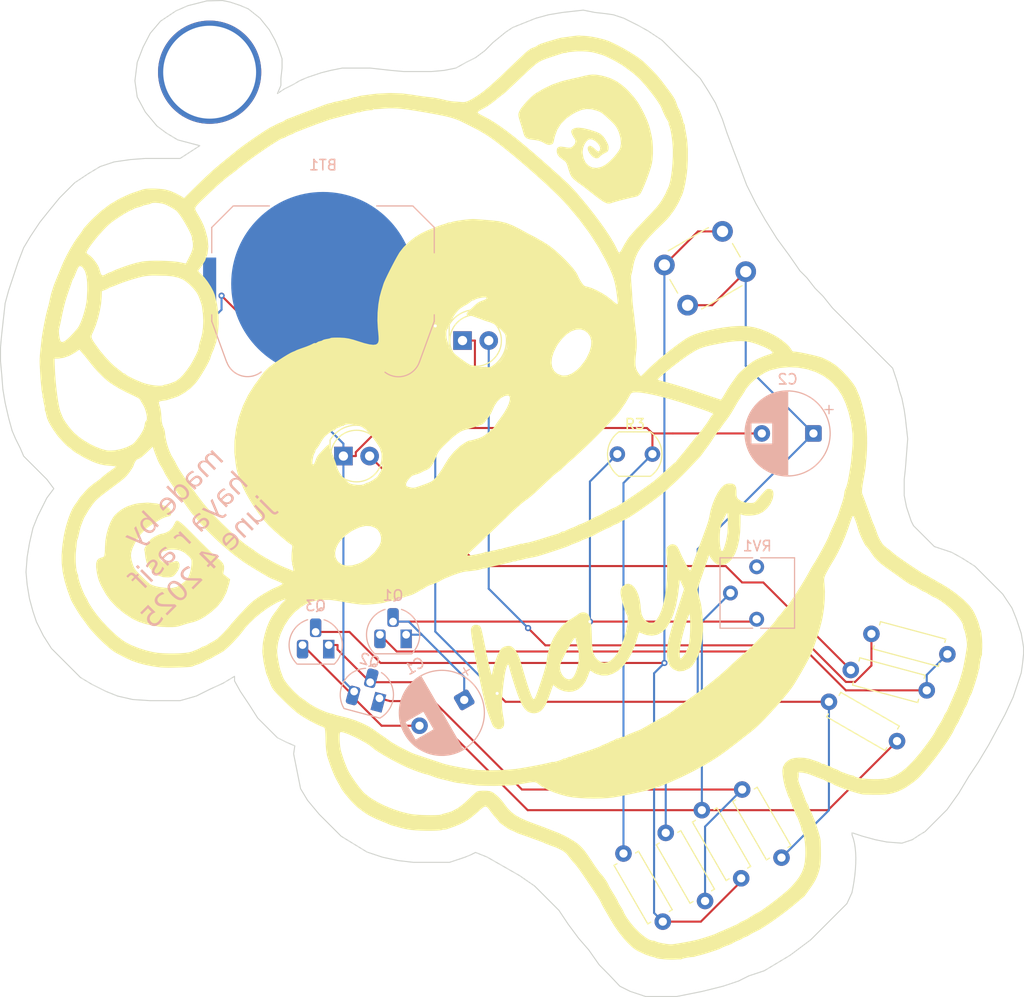
<source format=kicad_pcb>
(kicad_pcb (version 20241229) (generator "pcbnew") (generator_version "9.0")
  (layers (0 "F.Cu" signal) (2 "B.Cu" signal) (13 "F.Paste" user) (15 "B.Paste" user) (5 "F.SilkS" user "F.Silkscreen") (7 "B.SilkS" user "B.Silkscreen") (1 "F.Mask" user) (3 "B.Mask" user) (25 "Edge.Cuts" user))
  (net 0 "")
  (net 1 "Net-(BT1-+)")
  (net 2 "GND")
  (net 3 "Net-(Q1-B)")
  (net 4 "Net-(C2-Pad1)")
  (net 5 "Net-(D1-A)")
  (net 6 "Net-(D2-A)")
  (net 7 "Net-(Q1-E)")
  (net 8 "Net-(Q2-C)")
  (net 9 "Net-(Q2-B)")
  (net 10 "Net-(Q3-B)")
  (footprint "Resistor_THT:R_Axial_DIN0207_L6.3mm_D2.5mm_P7.62mm_Horizontal" (layer "F.Cu") (at 109.9797 159.8911 165)
    (property "Reference" "R2" (hide yes))
    (property "Value" "R" (hide yes))
    (pad "1" thru_hole circle (at 0 0 165) (size 1.6 1.6) (drill 0.8) (layers "*.Cu" "*.Mask") (net 7 "Net-(Q1-E)"))
    (pad "2" thru_hole circle (at 7.62 0 165) (size 1.6 1.6) (drill 0.8) (layers "*.Cu" "*.Mask") (net 5 "Net-(D1-A)"))
  )
  (footprint "Resistor_THT:R_Axial_DIN0207_L6.3mm_D2.5mm_P7.62mm_Horizontal" (layer "F.Cu") (at 88.5 180.2996 120)
    (property "Reference" "R7" (hide yes))
    (property "Value" "R" (hide yes))
    (pad "1" thru_hole circle (at 0 0 120) (size 1.6 1.6) (drill 0.8) (layers "*.Cu" "*.Mask") (net 9 "Net-(Q2-B)"))
    (pad "2" thru_hole circle (at 7.62 0 120) (size 1.6 1.6) (drill 0.8) (layers "*.Cu" "*.Mask") (net 4 "Net-(C2-Pad1)"))
  )
  (footprint "LED_THT:LED_D5.0mm" (layer "F.Cu") (at 53.46 137.1912)
    (property "Reference" "D1" (hide yes))
    (property "Value" "LED" (hide yes))
    (pad "1" thru_hole rect (at 0 0) (size 1.8 1.8) (drill 0.9) (layers "*.Cu" "*.Mask") (net 2 "GND"))
    (pad "2" thru_hole circle (at 2.54 0) (size 1.8 1.8) (drill 0.9) (layers "*.Cu" "*.Mask") (net 5 "Net-(D1-A)"))
  )
  (footprint "OptoDevice:R_LDR_5.1x4.3mm_P3.4mm_Vertical" (layer "F.Cu") (at 80 137)
    (property "Reference" "R3" (at 1.7 -2.9 0) (layer "F.SilkS"))
    (property "Value" "R_Photo")
    (pad "1" thru_hole circle (at 0 0) (size 1.5 1.5) (drill 0.8) (layers "*.Cu" "*.Mask") (net 3 "Net-(Q1-B)"))
    (pad "2" thru_hole circle (at 3.4 0) (size 1.5 1.5) (drill 0.8) (layers "*.Cu" "*.Mask") (net 2 "GND"))
  )
  (footprint "Resistor_THT:R_Axial_DIN0207_L6.3mm_D2.5mm_P7.62mm_Horizontal" (layer "F.Cu") (at 111.9797 156.3911 165)
    (property "Reference" "R1" (hide yes))
    (property "Value" "R" (hide yes))
    (pad "1" thru_hole circle (at 0 0 165) (size 1.6 1.6) (drill 0.8) (layers "*.Cu" "*.Mask") (net 7 "Net-(Q1-E)"))
    (pad "2" thru_hole circle (at 7.62 0 165) (size 1.6 1.6) (drill 0.8) (layers "*.Cu" "*.Mask") (net 6 "Net-(D2-A)"))
  )
  (footprint "Resistor_THT:R_Axial_DIN0207_L6.3mm_D2.5mm_P7.62mm_Horizontal" (layer "F.Cu") (at 95.905 176.0991 120)
    (property "Reference" "R5" (hide yes))
    (property "Value" "R" (hide yes))
    (pad "1" thru_hole circle (at 0 0 120) (size 1.6 1.6) (drill 0.8) (layers "*.Cu" "*.Mask") (net 1 "Net-(BT1-+)"))
    (pad "2" thru_hole circle (at 7.62 0 120) (size 1.6 1.6) (drill 0.8) (layers "*.Cu" "*.Mask") (net 9 "Net-(Q2-B)"))
  )
  (footprint "LED_THT:LED_D5.0mm" (layer "F.Cu") (at 65 126)
    (property "Reference" "D2" (hide yes))
    (property "Value" "LED" (hide yes))
    (pad "1" thru_hole rect (at 0 0) (size 1.8 1.8) (drill 0.9) (layers "*.Cu" "*.Mask") (net 2 "GND"))
    (pad "2" thru_hole circle (at 2.54 0) (size 1.8 1.8) (drill 0.9) (layers "*.Cu" "*.Mask") (net 6 "Net-(D2-A)"))
  )
  (footprint "Resistor_THT:R_Axial_DIN0207_L6.3mm_D2.5mm_P7.62mm_Horizontal" (layer "F.Cu") (at 100.5 161 -30)
    (property "Reference" "R4" (hide yes))
    (property "Value" "R" (hide yes))
    (pad "1" thru_hole circle (at 0 0 330) (size 1.6 1.6) (drill 0.8) (layers "*.Cu" "*.Mask") (net 1 "Net-(BT1-+)"))
    (pad "2" thru_hole circle (at 7.62 0 330) (size 1.6 1.6) (drill 0.8) (layers "*.Cu" "*.Mask") (net 8 "Net-(Q2-C)"))
  )
  (footprint "Resistor_THT:R_Axial_DIN0207_L6.3mm_D2.5mm_P7.62mm_Horizontal" (layer "F.Cu") (at 92 178.0991 120)
    (property "Reference" "R6" (hide yes))
    (property "Value" "R" (hide yes))
    (pad "1" thru_hole circle (at 0 0 120) (size 1.6 1.6) (drill 0.8) (layers "*.Cu" "*.Mask") (net 10 "Net-(Q3-B)"))
    (pad "2" thru_hole circle (at 7.62 0 120) (size 1.6 1.6) (drill 0.8) (layers "*.Cu" "*.Mask") (net 8 "Net-(Q2-C)"))
  )
  (footprint "LOGO" (layer "F.Cu") (at 77 138.5 45)
    (property "Reference" "G***" (hide yes))
    (property "Value" "LOGO" (hide yes))
  )
  (footprint "Resistor_THT:R_Axial_DIN0207_L6.3mm_D2.5mm_P7.62mm_Horizontal" (layer "F.Cu") (at 84.405 182.2996 120)
    (property "Reference" "R8" (hide yes))
    (property "Value" "R" (hide yes))
    (pad "1" thru_hole circle (at 0 0 120) (size 1.6 1.6) (drill 0.8) (layers "*.Cu" "*.Mask") (net 10 "Net-(Q3-B)"))
    (pad "2" thru_hole circle (at 7.62 0 120) (size 1.6 1.6) (drill 0.8) (layers "*.Cu" "*.Mask") (net 2 "GND"))
  )
  (footprint "Button_Switch_THT:SW_PUSH_6mm" (layer "F.Cu") (at 92.4396 119.3236 -150)
    (property "Reference" "SW1" (hide yes))
    (property "Value" "SW_Push")
    (pad "1" thru_hole circle (at 0 0 300) (size 2 2) (drill 1.1) (layers "*.Cu" "*.Mask") (net 4 "Net-(C2-Pad1)"))
    (pad "1" thru_hole circle (at 6.5 0 300) (size 2 2) (drill 1.1) (layers "*.Cu" "*.Mask") (net 4 "Net-(C2-Pad1)"))
    (pad "2" thru_hole circle (at 0 4.5 300) (size 2 2) (drill 1.1) (layers "*.Cu" "*.Mask") (net 10 "Net-(Q3-B)"))
    (pad "2" thru_hole circle (at 6.500001 4.5 300) (size 2 2) (drill 1.1) (layers "*.Cu" "*.Mask") (net 10 "Net-(Q3-B)"))
  )
  (footprint "Capacitor_THT:CP_Radial_D8.0mm_P5.00mm" (layer "B.Cu") (at 65.1651 160.8206 -150)
    (property "Reference" "C1" (at 2.500001 5.25 30) (layer "B.SilkS") (effects (justify mirror)))
    (property "Value" "C")
    (pad "1" thru_hole roundrect (at 0 0 210) (size 1.6 1.6) (drill 0.8) (layers "*.Cu" "*.Mask") (roundrect_rratio 0.15625) (net 3 "Net-(Q1-B)"))
    (pad "2" thru_hole circle (at 5 0 210) (size 1.6 1.6) (drill 0.8) (layers "*.Cu" "*.Mask") (net 2 "GND"))
  )
  (footprint "Package_TO_SOT_THT:TO-92L_HandSolder" (layer "B.Cu") (at 59.54 154.5 180)
    (property "Reference" "Q1" (at 1.27 3.8 0) (layer "B.SilkS") (effects (justify mirror)))
    (property "Value" "NPN")
    (pad "1" thru_hole rect (at 0 0 180) (size 1.1 1.8) (drill 0.75 (offset 0 -0.4)) (layers "*.Cu" "*.Mask") (net 3 "Net-(Q1-B)"))
    (pad "2" thru_hole roundrect (at 1.27 1.27 180) (size 1.1 1.8) (drill 0.75 (offset 0 0.4)) (layers "*.Cu" "*.Mask") (net 3 "Net-(Q1-B)"))
    (pad "3" thru_hole roundrect (at 2.54 0 180) (size 1.1 1.8) (drill 0.75 (offset 0 -0.4)) (layers "*.Cu" "*.Mask") (net 7 "Net-(Q1-E)"))
  )
  (footprint "Package_TO_SOT_THT:TO-92L_HandSolder" (layer "B.Cu") (at 52.04 155.5 180)
    (property "Reference" "Q3" (at 1.27 3.8 0) (layer "B.SilkS") (effects (justify mirror)))
    (property "Value" "NPN")
    (pad "1" thru_hole rect (at 0 0 180) (size 1.1 1.8) (drill 0.75 (offset 0 -0.4)) (layers "*.Cu" "*.Mask") (net 9 "Net-(Q2-B)"))
    (pad "2" thru_hole roundrect (at 1.27 1.27 180) (size 1.1 1.8) (drill 0.75 (offset 0 0.4)) (layers "*.Cu" "*.Mask") (net 10 "Net-(Q3-B)"))
    (pad "3" thru_hole roundrect (at 2.54 0 180) (size 1.1 1.8) (drill 0.75 (offset 0 -0.4)) (layers "*.Cu" "*.Mask") (net 2 "GND"))
  )
  (footprint "Battery:BatteryHolder_Keystone_3034_1x20mm" (layer "B.Cu") (at 51.485 120.5 180)
    (property "Reference" "BT1" (at 0 11.5 0) (layer "B.SilkS") (effects (justify mirror)))
    (property "Value" "Battery_Cell")
    (pad "1" smd rect (at -10.985 0 180) (size 1.27 5.08) (layers "B.Cu" "B.Mask" "B.Paste") (net 1 "Net-(BT1-+)"))
    (pad "1" smd rect (at 10.985 0 180) (size 1.27 5.08) (layers "B.Cu" "B.Mask" "B.Paste") (net 1 "Net-(BT1-+)"))
    (pad "2" smd circle (at 0 0 180) (size 17.8 17.8) (layers "B.Cu" "B.Mask") (net 2 "GND"))
  )
  (footprint "Package_TO_SOT_THT:TO-92L_HandSolder" (layer "B.Cu") (at 56.9535 160.6574 165)
    (property "Reference" "Q2" (at 1.867615 3.285993 165) (layer "B.SilkS") (effects (justify mirror)))
    (property "Value" "NPN")
    (pad "1" thru_hole rect (at 0 0 165) (size 1.1 1.8) (drill 0.75 (offset 0 -0.4)) (layers "*.Cu" "*.Mask") (net 8 "Net-(Q2-C)"))
    (pad "2" thru_hole roundrect (at 1.27 1.27 165) (size 1.1 1.8) (drill 0.75 (offset 0 0.4)) (layers "*.Cu" "*.Mask") (net 9 "Net-(Q2-B)"))
    (pad "3" thru_hole roundrect (at 2.54 0 165) (size 1.1 1.8) (drill 0.75 (offset 0 -0.4)) (layers "*.Cu" "*.Mask") (net 2 "GND"))
  )
  (footprint "Potentiometer_THT:Potentiometer_Vishay_T73YP_Vertical" (layer "B.Cu") (at 93.5 153 180)
    (property "Reference" "RV1" (at -0.06 7.09 0) (layer "B.SilkS") (effects (justify mirror)))
    (property "Value" "R_Potentiometer")
    (pad "1" thru_hole circle (at 0 0 180) (size 1.44 1.44) (drill 0.8) (layers "*.Cu" "*.Mask") (net 3 "Net-(Q1-B)"))
    (pad "2" thru_hole circle (at 2.54 2.54 180) (size 1.44 1.44) (drill 0.8) (layers "*.Cu" "*.Mask") (net 8 "Net-(Q2-C)"))
    (pad "3" thru_hole circle (at 0 5.08 180) (size 1.44 1.44) (drill 0.8) (layers "*.Cu" "*.Mask"))
  )
  (footprint "Capacitor_THT:CP_Radial_D8.0mm_P5.00mm" (layer "B.Cu") (at 99 135 180)
    (property "Reference" "C2" (at 2.5 5.25 0) (layer "B.SilkS") (effects (justify mirror)))
    (property "Value" "C")
    (pad "1" thru_hole roundrect (at 0 0 180) (size 1.6 1.6) (drill 0.8) (layers "*.Cu" "*.Mask") (roundrect_rratio 0.15625) (net 4 "Net-(C2-Pad1)"))
    (pad "2" thru_hole circle (at 5 0 180) (size 1.6 1.6) (drill 0.8) (layers "*.Cu" "*.Mask") (net 2 "GND"))
  )
  (gr_poly (pts (xy 35.742627 95.055055) (xy 37.242627 94.055055) (xy 38.393566 93.555055) (xy 40.242627 93.089256) (xy 41.742627 93.055055) (xy 42.464692 93.201512) (xy 43.474973 93.53827) (xy 44.260745 93.875029) (xy 45.383274 94.773055) (xy 46.281301 95.895586) (xy 46.842567 96.905865) (xy 47.179327 97.691637) (xy 47.516084 98.701918) (xy 47.516088 99.599941) (xy 47.403832 100.610222) (xy 47.403832 101.283739) (xy 47.067076 102.069512) (xy 47.740593 101.620498) (xy 48.638618 101.171486) (xy 49.199885 100.834726) (xy 49.985658 100.497967) (xy 50.659175 100.27346) (xy 51.332696 100.048953) (xy 52.23072 99.824449) (xy 53.353253 99.599941) (xy 54.700289 99.599944) (xy 56.047328 99.599944) (xy 57.057607 99.712196) (xy 58.067887 99.824448) (xy 59.302671 99.936702) (xy 60.200697 99.936702) (xy 61.098723 99.936703) (xy 61.996749 99.936701) (xy 63.231535 99.824448) (xy 64.354065 99.599944) (xy 65.364347 99.038676) (xy 66.26237 98.589661) (xy 67.160395 97.916143) (xy 67.946167 97.130372) (xy 69.180953 96.120092) (xy 69.854471 95.67108) (xy 70.977003 95.222069) (xy 72.099538 94.773053) (xy 73.334322 94.436294) (xy 74.681359 94.211788) (xy 75.691641 94.099533) (xy 76.701916 93.987286) (xy 77.824447 94.21179) (xy 78.834727 94.324043) (xy 79.620496 94.436297) (xy 80.630781 94.773052) (xy 81.977817 95.446572) (xy 82.988094 96.007841) (xy 84.335136 96.905864) (xy 85.233162 97.80389) (xy 86.131188 98.701915) (xy 87.029212 99.599939) (xy 88.03949 100.610218) (xy 88.825261 101.845009) (xy 89.498781 102.967535) (xy 90.172301 104.539082) (xy 90.621314 105.886121) (xy 91.294831 107.682174) (xy 91.856096 109.141466) (xy 92.52962 110.937513) (xy 93.427646 112.733564) (xy 94.325672 114.305108) (xy 95.448199 116.101165) (xy 96.682987 117.784958) (xy 97.693262 119.244254) (xy 98.366782 119.917774) (xy 99.15256 120.928049) (xy 99.938332 121.713821) (xy 100.836355 122.836355) (xy 101.73438 123.73438) (xy 102.407897 124.407897) (xy 103.193672 125.193673) (xy 104.091695 126.091695) (xy 104.989722 126.989721) (xy 106 128) (xy 106.673519 128.673519) (xy 106.898024 129.347042) (xy 107.122533 130.020559) (xy 107.34704 130.918581) (xy 107.459291 131.255344) (xy 107.571546 131.592103) (xy 107.683799 132.153366) (xy 107.79605 132.714632) (xy 107.908302 133.500407) (xy 108.02056 134.510685) (xy 108.132814 135.520967) (xy 108.02056 136.980254) (xy 107.908301 138.439545) (xy 107.79605 139.449823) (xy 107.79605 140.34785) (xy 107.796057 141.021373) (xy 107.908308 141.582639) (xy 108.020559 142.143904) (xy 108.245067 142.817423) (xy 108.469573 143.490943) (xy 108.694076 143.939956) (xy 109.255345 144.501224) (xy 109.928861 145.174741) (xy 110.714632 145.960513) (xy 111.388152 146.185018) (xy 112.398431 146.521775) (xy 113.408716 147.083045) (xy 114.643497 147.868814) (xy 115.541523 148.766841) (xy 116.43955 149.664867) (xy 117.337576 150.562893) (xy 118.2356 151.909929) (xy 118.68461 153.032463) (xy 119.133623 154.379503) (xy 119.35813 155.726539) (xy 119.35813 156.400055) (xy 119.245874 157.410337) (xy 119.133629 158.196112) (xy 118.796868 159.20639) (xy 118.347855 160.55343) (xy 117.562083 162.237227) (xy 116.776307 163.696519) (xy 115.990537 165.155808) (xy 114.980256 166.839605) (xy 114.082232 168.186649) (xy 113.071954 169.870444) (xy 112.510689 170.656218) (xy 111.949417 171.441986) (xy 111.275897 172.115506) (xy 110.714632 172.67677) (xy 109.816606 173.574797) (xy 109.255348 173.911559) (xy 108.581824 174.360573) (xy 107.571546 174.697334) (xy 106.112258 174.585079) (xy 104.989721 174.360569) (xy 103.754936 174.02381) (xy 102.744663 173.687052) (xy 102.744655 173.911555) (xy 102.876013 174.290931) (xy 102.976404 174.710264) (xy 103.04731 175.164785) (xy 103.090208 175.649726) (xy 103.106579 176.160321) (xy 103.0979 176.691797) (xy 103.065653 177.239387) (xy 103.011314 177.798325) (xy 102.936368 178.363839) (xy 102.842288 178.931163) (xy 102.730557 179.495526) (xy 102.242627 180.555055) (xy 101.742627 181.055055) (xy 101.242627 181.555055) (xy 100.242627 182.555055) (xy 98.742627 184.055055) (xy 96.742627 185.555055) (xy 94.242627 187.055055) (xy 92.742627 187.555055) (xy 91.742627 188.055055) (xy 90.242627 188.555055) (xy 88.242627 189.055055) (xy 85.742627 189.555055) (xy 84.242627 189.555055) (xy 82.742627 189.555055) (xy 81.242627 189.055055) (xy 80.242627 188.555055) (xy 79.242627 187.494196) (xy 78.242627 186.483914) (xy 77.242627 185.055055) (xy 76.242627 183.902093) (xy 75.242627 182.555055) (xy 74.344597 181.208013) (xy 73.222066 180.085482) (xy 71.987281 178.850697) (xy 70.527991 177.840419) (xy 68.956447 176.942393) (xy 67.384903 176.044369) (xy 66.262371 175.595358) (xy 65.813357 175.819862) (xy 65.242627 176.055055) (xy 63.742627 176.555055) (xy 63.242627 176.555055) (xy 62.242627 176.555055) (xy 61.242627 176.555055) (xy 60.242627 176.555055) (xy 58.742627 176.381129) (xy 57.242627 176.055055) (xy 55.742627 175.555055) (xy 53.240998 174.02381) (xy 52.118468 172.901279) (xy 51.108191 171.891002) (xy 49.985656 170.54396) (xy 49.312139 169.421431) (xy 49.087632 168.298897) (xy 48.863125 167.176365) (xy 48.638616 166.053832) (xy 48.750872 165.268062) (xy 47.965099 164.931303) (xy 47.067074 164.48229) (xy 46.056795 163.472011) (xy 45.158769 162.573985) (xy 44.372996 161.339201) (xy 43.474971 159.992162) (xy 42.913705 158.981882) (xy 42.913706 158.532871) (xy 41.791173 159.206389) (xy 40.55639 159.767656) (xy 39.209348 160.441173) (xy 37.637805 160.890187) (xy 36.290766 160.890186) (xy 34.719223 160.890188) (xy 33.035424 160.777934) (xy 31.576131 160.441173) (xy 30.4536 159.99216) (xy 29.106562 159.318643) (xy 27.984029 158.645122) (xy 26.861497 157.52259) (xy 25.963473 156.624566) (xy 25.177699 155.838792) (xy 24.391928 154.604008) (xy 23.718409 153.25697) (xy 23.381649 152.246691) (xy 23.044889 151.011904) (xy 22.820383 149.664867) (xy 22.708129 148.430082) (xy 22.820384 146.970791) (xy 23.044888 145.623752) (xy 23.381651 144.164461) (xy 23.830663 143.041929) (xy 24.279674 142.143903) (xy 24.728687 141.245878) (xy 25.402206 140.347851) (xy 24.728688 139.449827) (xy 24.055168 138.776307) (xy 23.269396 137.990536) (xy 22.483625 137.204762) (xy 22.146863 136.41899) (xy 21.697851 135.520965) (xy 21.361092 134.735192) (xy 21.024332 133.500407) (xy 20.687573 132.041116) (xy 20.463066 130.694077) (xy 20.350812 129.234786) (xy 20.238559 128) (xy 20.23856 126.652961) (xy 20.350813 125.418178) (xy 20.463065 124.407899) (xy 20.57532 123.39762) (xy 20.687573 122.387341) (xy 21.024331 121.152557) (xy 21.473345 119.805518) (xy 21.922358 118.458479) (xy 22.483625 116.999187) (xy 23.157143 115.876655) (xy 24.055167 114.529617) (xy 24.953194 113.407085) (xy 25.963473 112.1723) (xy 26.636993 111.49878) (xy 27.422765 110.713009) (xy 28.7698 109.814983) (xy 29.892335 109.141464) (xy 31.239373 108.692451) (xy 32.810919 108.467944) (xy 34.270209 108.355691) (xy 35.392741 108.355693) (xy 36.515273 108.35569) (xy 37.637805 108.355692) (xy 39.54611 107.120904) (xy 37.413297 106.559642) (xy 36.290765 105.886122) (xy 35.392741 105.212602) (xy 34.270208 103.865565) (xy 33.484437 102.406271) (xy 33.259931 100.834726) (xy 33.484437 99.038675) (xy 34.045704 97.579385) (xy 34.742627 96.232345)) (stroke (width 0.1)) (fill no) (layer "Edge.Cuts"))
  (gr_text "made by \nhaya r asif\njune 4 2025" (at 47 142.5 45) (layer "B.SilkS") (effects (font (size 2 2) (thickness 0.1)) (justify left bottom mirror)))
  (via (at 40.5 100) (size 10) (drill 9) (layers "F.Cu" "B.Cu") (net 0))
  (segment (start 62.3599 124.5819) (end 44.5819 124.5819) (width 0.2) (layer "F.Cu") (net 1))
  (segment (start 44.5819 124.5819) (end 41.6545 121.6545) (width 0.2) (layer "F.Cu") (net 1))
  (segment (start 100.5 161) (end 69.1659 161) (width 0.2) (layer "F.Cu") (net 1))
  (segment (start 69.1659 161) (end 68.3541 160.1882) (width 0.2) (layer "F.Cu") (net 1))
  (via (at 62.3599 124.5819) (size 0.6) (drill 0.3) (layers "F.Cu" "B.Cu") (net 1))
  (via (at 41.6545 121.6545) (size 0.6) (drill 0.3) (layers "F.Cu" "B.Cu") (net 1))
  (via (at 68.3541 160.1882) (size 0.6) (drill 0.3) (layers "F.Cu" "B.Cu") (net 1))
  (segment (start 40.5 120.5) (end 40.5 123.3417) (width 0.2) (layer "B.Cu") (net 1))
  (segment (start 62.47 120.5) (end 62.47 123.3417) (width 0.2) (layer "B.Cu") (net 1))
  (segment (start 41.6545 123.0068) (end 41.3196 123.3417) (width 0.2) (layer "B.Cu") (net 1))
  (segment (start 62.3599 154.194) (end 62.3599 124.5819) (width 0.2) (layer "B.Cu") (net 1))
  (segment (start 68.3541 160.1882) (end 62.3599 154.194) (width 0.2) (layer "B.Cu") (net 1))
  (segment (start 95.905 176.0991) (end 100.5 171.5041) (width 0.2) (layer "B.Cu") (net 1))
  (segment (start 62.3599 123.4518) (end 62.3599 124.5819) (width 0.2) (layer "B.Cu") (net 1))
  (segment (start 41.6545 121.6545) (end 41.6545 123.0068) (width 0.2) (layer "B.Cu") (net 1))
  (segment (start 100.5 171.5041) (end 100.5 161) (width 0.2) (layer "B.Cu") (net 1))
  (segment (start 41.3196 123.3417) (end 40.5 123.3417) (width 0.2) (layer "B.Cu") (net 1))
  (segment (start 62.47 123.3417) (end 62.3599 123.4518) (width 0.2) (layer "B.Cu") (net 1))
  (segment (start 82.8727 134.4727) (end 83.4 135) (width 0.2) (layer "F.Cu") (net 2))
  (segment (start 54 160) (end 49.5 155.5) (width 0.2) (layer "F.Cu") (net 2))
  (segment (start 65 126) (end 66.2017 126) (width 0.2) (layer "F.Cu") (net 2))
  (segment (start 53.46 137.1912) (end 54.6617 137.1912) (width 0.2) (layer "F.Cu") (net 2))
  (segment (start 85.3587 135) (end 85.4 135) (width 0.2) (layer "F.Cu") (net 2))
  (segment (start 94 135) (end 85.4 135) (width 0.2) (layer "F.Cu") (net 2))
  (segment (start 66.2017 126) (end 66.2017 134.4727) (width 0.2) (layer "F.Cu") (net 2))
  (segment (start 54.6617 136.8157) (end 57.0047 134.4727) (width 0.2) (layer "F.Cu") (net 2))
  (segment (start 83.4 135) (end 85.3587 135) (width 0.2) (layer "F.Cu") (net 2))
  (segment (start 83.4 135) (end 83.4 137) (width 0.2) (layer "F.Cu") (net 2))
  (segment (start 54.5 160.6546) (end 57.166 163.3206) (width 0.2) (layer "F.Cu") (net 2))
  (segment (start 54.5 160) (end 54 160) (width 0.2) (layer "F.Cu") (net 2))
  (segment (start 57.0047 134.4727) (end 66.2017 134.4727) (width 0.2) (layer "F.Cu") (net 2))
  (segment (start 54.6617 137.1912) (end 54.6617 136.8157) (width 0.2) (layer "F.Cu") (net 2))
  (segment (start 66.2017 134.4727) (end 82.8727 134.4727) (width 0.2) (layer "F.Cu") (net 2))
  (segment (start 57.166 163.3206) (end 60.835 163.3206) (width 0.2) (layer "F.Cu") (net 2))
  (segment (start 54.5 160) (end 54.5 160.6546) (width 0.2) (layer "F.Cu") (net 2))
  (segment (start 80.595 139.805) (end 83.4 137) (width 0.2) (layer "B.Cu") (net 2))
  (segment (start 51.485 134.0145) (end 53.46 135.9895) (width 0.2) (layer "B.Cu") (net 2))
  (segment (start 80.595 175.7005) (end 80.595 139.805) (width 0.2) (layer "B.Cu") (net 2))
  (segment (start 53.46 136.8878) (end 53.46 137.1912) (width 0.2) (layer "B.Cu") (net 2))
  (segment (start 51.485 120.5) (end 51.485 134.0145) (width 0.2) (layer "B.Cu") (net 2))
  (segment (start 53.46 137.1912) (end 53.46 158.96) (width 0.2) (layer "B.Cu") (net 2))
  (segment (start 53.46 158.96) (end 54.5 160) (width 0.2) (layer "B.Cu") (net 2))
  (segment (start 53.46 136.8878) (end 53.46 135.9895) (width 0.2) (layer "B.Cu") (net 2))
  (segment (start 77.3454 153.23) (end 58.27 153.23) (width 0.2) (layer "F.Cu") (net 3))
  (segment (start 93.27 153.23) (end 77.3454 153.23) (width 0.2) (layer "F.Cu") (net 3))
  (segment (start 93.5 153) (end 93.27 153.23) (width 0.2) (layer "F.Cu") (net 3))
  (via (at 77.3454 153.23) (size 0.6) (drill 0.3) (layers "F.Cu" "B.Cu") (net 3))
  (segment (start 59.54 154.5) (end 61 154.5) (width 0.2) (layer "B.Cu") (net 3))
  (segment (start 80 137) (end 77.3454 139.6546) (width 0.2) (layer "B.Cu") (net 3))
  (segment (start 61 154.5) (end 61.0322 154.4678) (width 0.2) (layer "B.Cu") (net 3))
  (segment (start 77.3454 139.6546) (end 77.3454 153.23) (width 0.2) (layer "B.Cu") (net 3))
  (segment (start 59.7944 153.23) (end 61.0322 154.4678) (width 0.2) (layer "B.Cu") (net 3))
  (segment (start 65.1651 158.6007) (end 65.1651 160.8206) (width 0.2) (layer "B.Cu") (net 3))
  (segment (start 58.27 153.23) (end 59.7944 153.23) (width 0.2) (layer "B.Cu") (net 3))
  (segment (start 61.0322 154.4678) (end 65.1651 158.6007) (width 0.2) (layer "B.Cu") (net 3))
  (segment (start 92.4396 119.3236) (end 89.1896 122.5736) (width 0.2) (layer "F.Cu") (net 4))
  (segment (start 89.1896 122.5736) (end 86.8104 122.5736) (width 0.2) (layer "F.Cu") (net 4))
  (segment (start 84.69 164.7918) (end 84.69 173.7005) (width 0.2) (layer "B.Cu") (net 4))
  (segment (start 99 135) (end 87.7898 146.2102) (width 0.2) (layer "B.Cu") (net 4))
  (segment (start 87.7898 146.2102) (end 87.7898 161.692) (width 0.2) (layer "B.Cu") (net 4))
  (segment (start 92.4396 119.3236) (end 92.4396 128.4396) (width 0.2) (layer "B.Cu") (net 4))
  (segment (start 99 135) (end 92.4396 128.4396) (width 0.2) (layer "B.Cu") (net 4))
  (segment (start 87.7898 161.692) (end 84.69 164.7918) (width 0.2) (layer "B.Cu") (net 4))
  (segment (start 102.6193 157.9189) (end 94.1402 149.4398) (width 0.2) (layer "F.Cu") (net 5))
  (segment (start 66.6574 147.8486) (end 56 137.1912) (width 0.2) (layer "F.Cu") (net 5))
  (segment (start 92.0945 149.4398) (end 90.5033 147.8486) (width 0.2) (layer "F.Cu") (net 5))
  (segment (start 90.5033 147.8486) (end 66.6574 147.8486) (width 0.2) (layer "F.Cu") (net 5))
  (segment (start 94.1402 149.4398) (end 92.0945 149.4398) (width 0.2) (layer "F.Cu") (net 5))
  (segment (start 104.6193 154.4189) (end 104.6193 157.4873) (width 0.2) (layer "F.Cu") (net 6))
  (segment (start 103.0321 159.0745) (end 102.1433 159.0745) (width 0.2) (layer "F.Cu") (net 6))
  (segment (start 73.0257 155.5304) (end 71.3512 153.8559) (width 0.2) (layer "F.Cu") (net 6))
  (segment (start 102.1433 159.0745) (end 98.5992 155.5304) (width 0.2) (layer "F.Cu") (net 6))
  (segment (start 98.5992 155.5304) (end 73.0257 155.5304) (width 0.2) (layer "F.Cu") (net 6))
  (segment (start 104.6193 157.4873) (end 103.0321 159.0745) (width 0.2) (layer "F.Cu") (net 6))
  (via (at 71.3512 153.8559) (size 0.6) (drill 0.3) (layers "F.Cu" "B.Cu") (net 6))
  (segment (start 67.54 150.0447) (end 67.54 126) (width 0.2) (layer "B.Cu") (net 6))
  (segment (start 71.3512 153.8559) (end 67.54 150.0447) (width 0.2) (layer "B.Cu") (net 6))
  (segment (start 58.6276 156.1276) (end 98.3769 156.1276) (width 0.2) (layer "F.Cu") (net 7))
  (segment (start 57 154.5) (end 58.6276 156.1276) (width 0.2) (layer "F.Cu") (net 7))
  (segment (start 98.3769 156.1276) (end 102.1404 159.8911) (width 0.2) (layer "F.Cu") (net 7))
  (segment (start 102.1404 159.8911) (end 109.9797 159.8911) (width 0.2) (layer "F.Cu") (net 7))
  (segment (start 109.9797 158.3911) (end 109.9797 159.8911) (width 0.2) (layer "B.Cu") (net 7))
  (segment (start 111.9797 156.3911) (end 109.9797 158.3911) (width 0.2) (layer "B.Cu") (net 7))
  (segment (start 107.0991 164.81) (end 100.4091 171.5) (width 0.2) (layer "F.Cu") (net 8))
  (segment (start 100.4091 171.5) (end 88.19 171.5) (width 0.2) (layer "F.Cu") (net 8))
  (segment (start 60.7494 160.9334) (end 57.9837 160.9334) (width 0.2) (layer "F.Cu") (net 8))
  (segment (start 56.9535 160.6574) (end 57.9837 160.9334) (width 0.2) (layer "F.Cu") (net 8))
  (segment (start 71.316 171.5) (end 60.7494 160.9334) (width 0.2) (layer "F.Cu") (net 8))
  (segment (start 88.19 171.5) (end 71.316 171.5) (width 0.2) (layer "F.Cu") (net 8))
  (segment (start 88.1915 162.0583) (end 88.1915 153.2285) (width 0.2) (layer "B.Cu") (net 8))
  (segment (start 88.19 162.0598) (end 88.1915 162.0583) (width 0.2) (layer "B.Cu") (net 8))
  (segment (start 88.1915 153.2285) (end 90.96 150.46) (width 0.2) (layer "B.Cu") (net 8))
  (segment (start 88.19 171.5) (end 88.19 162.0598) (width 0.2) (layer "B.Cu") (net 8))
  (segment (start 52.8917 155.9382) (end 52.8917 155.5) (width 0.2) (layer "F.Cu") (net 9))
  (segment (start 56.0555 159.102) (end 52.8917 155.9382) (width 0.2) (layer "F.Cu") (net 9))
  (segment (start 92.095 169.5) (end 70.7574 169.5) (width 0.2) (layer "F.Cu") (net 9))
  (segment (start 52.04 155.5) (end 52.8917 155.5) (width 0.2) (layer "F.Cu") (net 9))
  (segment (start 60.3594 159.102) (end 56.0555 159.102) (width 0.2) (layer "F.Cu") (net 9))
  (segment (start 70.7574 169.5) (end 60.3594 159.102) (width 0.2) (layer "F.Cu") (net 9))
  (segment (start 92.095 169.5) (end 88.5 173.095) (width 0.2) (layer "B.Cu") (net 9))
  (segment (start 88.5 173.095) (end 88.5 180.2996) (width 0.2) (layer "B.Cu") (net 9))
  (segment (start 88.0929 182.2996) (end 92 178.3925) (width 0.2) (layer "F.Cu") (net 10))
  (segment (start 54.0497 154.23) (end 50.77 154.23) (width 0.2) (layer "F.Cu") (net 10))
  (segment (start 84.405 182.2996) (end 88.0929 182.2996) (width 0.2) (layer "F.Cu") (net 10))
  (segment (start 57.057 157.2373) (end 54.0497 154.23) (width 0.2) (layer "F.Cu") (net 10))
  (segment (start 84.5604 157.2373) (end 57.057 157.2373) (width 0.2) (layer "F.Cu") (net 10))
  (segment (start 92 178.3925) (end 92 178.0991) (width 0.2) (layer "F.Cu") (net 10))
  (segment (start 87.8104 115.4265) (end 84.5604 118.6765) (width 0.2) (layer "F.Cu") (net 10))
  (segment (start 90.1896 115.4265) (end 87.8104 115.4265) (width 0.2) (layer "F.Cu") (net 10))
  (via (at 84.5604 157.2373) (size 0.6) (drill 0.3) (layers "F.Cu" "B.Cu") (net 10))
  (segment (start 84.5604 157.2373) (end 83.5603 158.2374) (width 0.2) (layer "B.Cu") (net 10))
  (segment (start 83.5603 181.4549) (end 84.405 182.2996) (width 0.2) (layer "B.Cu") (net 10))
  (segment (start 83.5603 158.2374) (end 83.5603 181.4549) (width 0.2) (layer "B.Cu") (net 10))
  (segment (start 84.5604 118.6765) (end 84.5604 157.2373) (width 0.2) (layer "B.Cu") (net 10))
)
</source>
